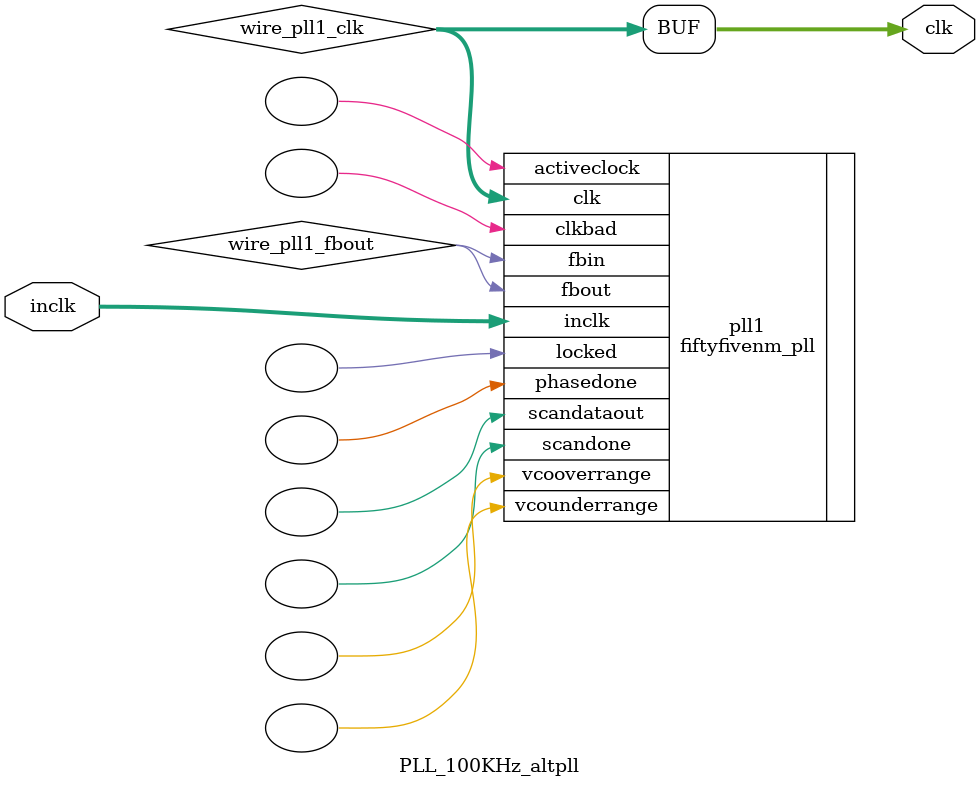
<source format=v>






//synthesis_resources = fiftyfivenm_pll 1 
//synopsys translate_off
`timescale 1 ps / 1 ps
//synopsys translate_on
module  PLL_100KHz_altpll
	( 
	clk,
	inclk) /* synthesis synthesis_clearbox=1 */;
	output   [4:0]  clk;
	input   [1:0]  inclk;
`ifndef ALTERA_RESERVED_QIS
// synopsys translate_off
`endif
	tri0   [1:0]  inclk;
`ifndef ALTERA_RESERVED_QIS
// synopsys translate_on
`endif

	wire  [4:0]   wire_pll1_clk;
	wire  wire_pll1_fbout;

	fiftyfivenm_pll   pll1
	( 
	.activeclock(),
	.clk(wire_pll1_clk),
	.clkbad(),
	.fbin(wire_pll1_fbout),
	.fbout(wire_pll1_fbout),
	.inclk(inclk),
	.locked(),
	.phasedone(),
	.scandataout(),
	.scandone(),
	.vcooverrange(),
	.vcounderrange()
	`ifndef FORMAL_VERIFICATION
	// synopsys translate_off
	`endif
	,
	.areset(1'b0),
	.clkswitch(1'b0),
	.configupdate(1'b0),
	.pfdena(1'b1),
	.phasecounterselect({3{1'b0}}),
	.phasestep(1'b0),
	.phaseupdown(1'b0),
	.scanclk(1'b0),
	.scanclkena(1'b1),
	.scandata(1'b0)
	`ifndef FORMAL_VERIFICATION
	// synopsys translate_on
	`endif
	);
	defparam
		pll1.bandwidth_type = "auto",
		pll1.clk0_divide_by = 100,
		pll1.clk0_duty_cycle = 50,
		pll1.clk0_multiply_by = 1,
		pll1.clk0_phase_shift = "0",
		pll1.compensate_clock = "clk0",
		pll1.inclk0_input_frequency = 100000,
		pll1.operation_mode = "normal",
		pll1.pll_type = "auto",
		pll1.lpm_type = "fiftyfivenm_pll";
	assign
		clk = {wire_pll1_clk[4:0]};
endmodule //PLL_100KHz_altpll
//VALID FILE

</source>
